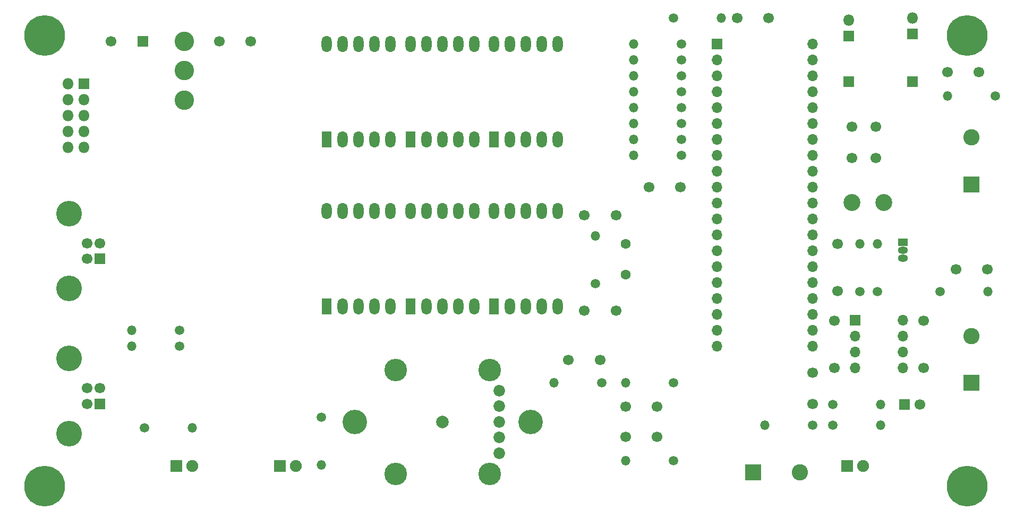
<source format=gbr>
%TF.GenerationSoftware,KiCad,Pcbnew,(5.1.6)-1*%
%TF.CreationDate,2020-10-11T17:06:20+02:00*%
%TF.ProjectId,Solaranlage,536f6c61-7261-46e6-9c61-67652e6b6963,rev?*%
%TF.SameCoordinates,Original*%
%TF.FileFunction,Soldermask,Bot*%
%TF.FilePolarity,Negative*%
%FSLAX46Y46*%
G04 Gerber Fmt 4.6, Leading zero omitted, Abs format (unit mm)*
G04 Created by KiCad (PCBNEW (5.1.6)-1) date 2020-10-11 17:06:20*
%MOMM*%
%LPD*%
G01*
G04 APERTURE LIST*
%ADD10O,1.500000X1.500000*%
%ADD11C,1.500000*%
%ADD12R,1.600000X1.150000*%
%ADD13O,1.600000X1.150000*%
%ADD14C,1.700000*%
%ADD15R,1.700000X1.700000*%
%ADD16O,1.700000X1.700000*%
%ADD17C,1.600000*%
%ADD18C,3.100000*%
%ADD19C,2.700000*%
%ADD20O,1.800000X1.800000*%
%ADD21R,1.800000X1.800000*%
%ADD22C,1.900000*%
%ADD23R,1.900000X1.900000*%
%ADD24C,3.900000*%
%ADD25C,4.100000*%
%ADD26C,2.600000*%
%ADD27R,2.600000X2.600000*%
%ADD28C,3.600000*%
%ADD29C,2.000000*%
%ADD30C,1.850000*%
%ADD31C,0.900000*%
%ADD32C,6.500000*%
%ADD33R,1.624000X2.624000*%
%ADD34O,1.624000X2.624000*%
G04 APERTURE END LIST*
D10*
%TO.C,R24*%
X208788000Y-120650000D03*
D11*
X201168000Y-120650000D03*
%TD*%
D12*
%TO.C,Q1*%
X212344000Y-94742000D03*
D13*
X212344000Y-97282000D03*
X212344000Y-96012000D03*
%TD*%
D14*
%TO.C,C17*%
X201422000Y-107308000D03*
X201422000Y-114808000D03*
%TD*%
%TO.C,C16*%
X215098000Y-120650000D03*
D15*
X212598000Y-120650000D03*
%TD*%
D14*
%TO.C,C1*%
X215646000Y-107308000D03*
X215646000Y-114808000D03*
%TD*%
%TO.C,C15*%
X201930000Y-102496000D03*
X201930000Y-94996000D03*
%TD*%
D16*
%TO.C,U10*%
X212344000Y-107188000D03*
X204724000Y-114808000D03*
X212344000Y-109728000D03*
X204724000Y-112268000D03*
X212344000Y-112268000D03*
X204724000Y-109728000D03*
X212344000Y-114808000D03*
D15*
X204724000Y-107188000D03*
%TD*%
D10*
%TO.C,R23*%
X208280000Y-94976000D03*
D11*
X208280000Y-102596000D03*
%TD*%
D10*
%TO.C,R22*%
X205486000Y-94976000D03*
D11*
X205486000Y-102596000D03*
%TD*%
D17*
%TO.C,Y1*%
X168148000Y-99896000D03*
X168148000Y-94996000D03*
%TD*%
D18*
%TO.C,SW2*%
X97795000Y-72010000D03*
X97795000Y-67310000D03*
X97795000Y-62610000D03*
%TD*%
D14*
%TO.C,C14*%
X171938000Y-85948000D03*
X176938000Y-85948000D03*
%TD*%
D10*
%TO.C,R21*%
X163322000Y-93726000D03*
D11*
X163322000Y-101346000D03*
%TD*%
D14*
%TO.C,C13*%
X166624000Y-105664000D03*
X161624000Y-105664000D03*
%TD*%
%TO.C,C12*%
X161624000Y-90424000D03*
X166624000Y-90424000D03*
%TD*%
D19*
%TO.C,L1*%
X204296000Y-88392000D03*
X209296000Y-88392000D03*
%TD*%
D14*
%TO.C,C11*%
X208026000Y-76280000D03*
X208026000Y-81280000D03*
%TD*%
%TO.C,C2*%
X204216000Y-76280000D03*
X204216000Y-81280000D03*
%TD*%
D20*
%TO.C,J7*%
X213868000Y-58928000D03*
D21*
X213868000Y-61468000D03*
%TD*%
D10*
%TO.C,R20*%
X208788000Y-123952000D03*
D11*
X201168000Y-123952000D03*
%TD*%
D22*
%TO.C,D3*%
X205994000Y-130429000D03*
D23*
X203454000Y-130429000D03*
%TD*%
D20*
%TO.C,J9*%
X203708000Y-59227000D03*
D21*
X203708000Y-61767000D03*
%TD*%
%TO.C,J10*%
X203708000Y-69088000D03*
%TD*%
%TO.C,J8*%
X213868000Y-69088000D03*
%TD*%
D24*
%TO.C,H6*%
X125008000Y-123413000D03*
%TD*%
%TO.C,H5*%
X153008000Y-123413000D03*
%TD*%
D25*
%TO.C,J4*%
X79468000Y-125273000D03*
X79468000Y-113273000D03*
D14*
X82328000Y-120523000D03*
X82328000Y-118023000D03*
X84328000Y-118023000D03*
D15*
X84328000Y-120523000D03*
%TD*%
D25*
%TO.C,J5*%
X79468000Y-102128000D03*
X79468000Y-90128000D03*
D14*
X82328000Y-97378000D03*
X82328000Y-94878000D03*
X84328000Y-94878000D03*
D15*
X84328000Y-97378000D03*
%TD*%
D10*
%TO.C,R17*%
X99060000Y-124333000D03*
D11*
X91440000Y-124333000D03*
%TD*%
D22*
%TO.C,D1*%
X99060000Y-130429000D03*
D23*
X96520000Y-130429000D03*
%TD*%
D10*
%TO.C,R19*%
X190373000Y-123952000D03*
D11*
X197993000Y-123952000D03*
%TD*%
D14*
%TO.C,C10*%
X197993000Y-115523000D03*
X197993000Y-120523000D03*
%TD*%
D10*
%TO.C,R18*%
X119634000Y-130302000D03*
D11*
X119634000Y-122682000D03*
%TD*%
D22*
%TO.C,D2*%
X115570000Y-130429000D03*
D23*
X113030000Y-130429000D03*
%TD*%
D26*
%TO.C,J6*%
X195968000Y-131445000D03*
D27*
X188468000Y-131445000D03*
%TD*%
D14*
%TO.C,C9*%
X159084000Y-113538000D03*
X164084000Y-113538000D03*
%TD*%
D28*
%TO.C,SW1*%
X146508000Y-115113000D03*
X146508000Y-131713000D03*
X131508000Y-115113000D03*
X131508000Y-131713000D03*
D29*
X139008000Y-123413000D03*
D30*
X148008000Y-125913000D03*
X148008000Y-128413000D03*
X148008000Y-123413000D03*
X148008000Y-120913000D03*
X148008000Y-118413000D03*
%TD*%
D10*
%TO.C,R16*%
X156718000Y-117190000D03*
D11*
X164338000Y-117190000D03*
%TD*%
D31*
%TO.C,H4*%
X224285056Y-132010944D03*
X222588000Y-131308000D03*
X220890944Y-132010944D03*
X220188000Y-133708000D03*
X220890944Y-135405056D03*
X222588000Y-136108000D03*
X224285056Y-135405056D03*
X224988000Y-133708000D03*
D32*
X222588000Y-133708000D03*
%TD*%
D31*
%TO.C,H3*%
X77285056Y-60010944D03*
X75588000Y-59308000D03*
X73890944Y-60010944D03*
X73188000Y-61708000D03*
X73890944Y-63405056D03*
X75588000Y-64108000D03*
X77285056Y-63405056D03*
X77988000Y-61708000D03*
D32*
X75588000Y-61708000D03*
%TD*%
D31*
%TO.C,H2*%
X224285056Y-60010944D03*
X222588000Y-59308000D03*
X220890944Y-60010944D03*
X220188000Y-61708000D03*
X220890944Y-63405056D03*
X222588000Y-64108000D03*
X224285056Y-63405056D03*
X224988000Y-61708000D03*
D32*
X222588000Y-61708000D03*
%TD*%
D31*
%TO.C,H1*%
X77285056Y-132010944D03*
X75588000Y-131308000D03*
X73890944Y-132010944D03*
X73188000Y-133708000D03*
X73890944Y-135405056D03*
X75588000Y-136108000D03*
X77285056Y-135405056D03*
X77988000Y-133708000D03*
D32*
X75588000Y-133708000D03*
%TD*%
D16*
%TO.C,U7*%
X197993000Y-63088000D03*
X182753000Y-111348000D03*
X197993000Y-65628000D03*
X182753000Y-108808000D03*
X197993000Y-68168000D03*
X182753000Y-106268000D03*
X197993000Y-70708000D03*
X182753000Y-103728000D03*
X197993000Y-73248000D03*
X182753000Y-101188000D03*
X197993000Y-75788000D03*
X182753000Y-98648000D03*
X197993000Y-78328000D03*
X182753000Y-96108000D03*
X197993000Y-80868000D03*
X182753000Y-93568000D03*
X197993000Y-83408000D03*
X182753000Y-91028000D03*
X197993000Y-85948000D03*
X182753000Y-88488000D03*
X197993000Y-88488000D03*
X182753000Y-85948000D03*
X197993000Y-91028000D03*
X182753000Y-83408000D03*
X197993000Y-93568000D03*
X182753000Y-80868000D03*
X197993000Y-96108000D03*
X182753000Y-78328000D03*
X197993000Y-98648000D03*
X182753000Y-75788000D03*
X197993000Y-101188000D03*
X182753000Y-73248000D03*
X197993000Y-103728000D03*
X182753000Y-70708000D03*
X197993000Y-106268000D03*
X182753000Y-68168000D03*
X197993000Y-108808000D03*
X182753000Y-65628000D03*
X197993000Y-111348000D03*
D15*
X182753000Y-63088000D03*
%TD*%
D33*
%TO.C,U6*%
X147193000Y-104998000D03*
D34*
X149733000Y-104998000D03*
X152273000Y-104998000D03*
X154813000Y-104998000D03*
X157353000Y-104998000D03*
X157353000Y-89758000D03*
X154813000Y-89758000D03*
X152273000Y-89758000D03*
X149733000Y-89758000D03*
X147193000Y-89758000D03*
%TD*%
D33*
%TO.C,U5*%
X147193000Y-78328000D03*
D34*
X149733000Y-78328000D03*
X152273000Y-78328000D03*
X154813000Y-78328000D03*
X157353000Y-78328000D03*
X157353000Y-63088000D03*
X154813000Y-63088000D03*
X152273000Y-63088000D03*
X149733000Y-63088000D03*
X147193000Y-63088000D03*
%TD*%
D33*
%TO.C,U4*%
X133928000Y-104998000D03*
D34*
X136468000Y-104998000D03*
X139008000Y-104998000D03*
X141548000Y-104998000D03*
X144088000Y-104998000D03*
X144088000Y-89758000D03*
X141548000Y-89758000D03*
X139008000Y-89758000D03*
X136468000Y-89758000D03*
X133928000Y-89758000D03*
%TD*%
D33*
%TO.C,U3*%
X133928000Y-78328000D03*
D34*
X136468000Y-78328000D03*
X139008000Y-78328000D03*
X141548000Y-78328000D03*
X144088000Y-78328000D03*
X144088000Y-63088000D03*
X141548000Y-63088000D03*
X139008000Y-63088000D03*
X136468000Y-63088000D03*
X133928000Y-63088000D03*
%TD*%
D33*
%TO.C,U2*%
X120523000Y-104998000D03*
D34*
X123063000Y-104998000D03*
X125603000Y-104998000D03*
X128143000Y-104998000D03*
X130683000Y-104998000D03*
X130683000Y-89758000D03*
X128143000Y-89758000D03*
X125603000Y-89758000D03*
X123063000Y-89758000D03*
X120523000Y-89758000D03*
%TD*%
D33*
%TO.C,U1*%
X120523000Y-78328000D03*
D34*
X123063000Y-78328000D03*
X125603000Y-78328000D03*
X128143000Y-78328000D03*
X130683000Y-78328000D03*
X130683000Y-63088000D03*
X128143000Y-63088000D03*
X125603000Y-63088000D03*
X123063000Y-63088000D03*
X120523000Y-63088000D03*
%TD*%
D10*
%TO.C,R15*%
X168148000Y-117190000D03*
D11*
X175768000Y-117190000D03*
%TD*%
D10*
%TO.C,R14*%
X168148000Y-129636000D03*
D11*
X175768000Y-129636000D03*
%TD*%
D10*
%TO.C,R13*%
X89408000Y-111348000D03*
D11*
X97028000Y-111348000D03*
%TD*%
D10*
%TO.C,R12*%
X89408000Y-108808000D03*
D11*
X97028000Y-108808000D03*
%TD*%
D10*
%TO.C,R11*%
X183388000Y-58928000D03*
D11*
X175768000Y-58928000D03*
%TD*%
D10*
%TO.C,R10*%
X169418000Y-80868000D03*
D11*
X177038000Y-80868000D03*
%TD*%
D10*
%TO.C,R9*%
X169418000Y-75788000D03*
D11*
X177038000Y-75788000D03*
%TD*%
D10*
%TO.C,R8*%
X169418000Y-70708000D03*
D11*
X177038000Y-70708000D03*
%TD*%
D10*
%TO.C,R7*%
X169418000Y-65628000D03*
D11*
X177038000Y-65628000D03*
%TD*%
D10*
%TO.C,R6*%
X169418000Y-78328000D03*
D11*
X177038000Y-78328000D03*
%TD*%
D10*
%TO.C,R5*%
X169418000Y-73248000D03*
D11*
X177038000Y-73248000D03*
%TD*%
D10*
%TO.C,R4*%
X169418000Y-68168000D03*
D11*
X177038000Y-68168000D03*
%TD*%
D10*
%TO.C,R3*%
X169418000Y-63088000D03*
D11*
X177038000Y-63088000D03*
%TD*%
D10*
%TO.C,R2*%
X225933000Y-102585000D03*
D11*
X218313000Y-102585000D03*
%TD*%
D10*
%TO.C,R1*%
X219456000Y-71374000D03*
D11*
X227076000Y-71374000D03*
%TD*%
D20*
%TO.C,J3*%
X79248000Y-79598000D03*
X81788000Y-79598000D03*
X79248000Y-77058000D03*
X81788000Y-77058000D03*
X79248000Y-74518000D03*
X81788000Y-74518000D03*
X79248000Y-71978000D03*
X81788000Y-71978000D03*
X79248000Y-69438000D03*
D21*
X81788000Y-69438000D03*
%TD*%
D26*
%TO.C,J2*%
X223266000Y-109690000D03*
D27*
X223266000Y-117190000D03*
%TD*%
D26*
%TO.C,J1*%
X223266000Y-77971000D03*
D27*
X223266000Y-85471000D03*
%TD*%
D14*
%TO.C,C8*%
X173148000Y-121000000D03*
X168148000Y-121000000D03*
%TD*%
%TO.C,C7*%
X108378000Y-62610000D03*
X103378000Y-62610000D03*
%TD*%
%TO.C,C6*%
X173148000Y-125826000D03*
X168148000Y-125826000D03*
%TD*%
%TO.C,C5*%
X190928000Y-58928000D03*
X185928000Y-58928000D03*
%TD*%
%TO.C,C4*%
X220833000Y-99060000D03*
X225833000Y-99060000D03*
%TD*%
%TO.C,C3*%
X224456000Y-67564000D03*
X219456000Y-67564000D03*
%TD*%
%TO.C,10u1*%
X86186000Y-62610000D03*
D15*
X91186000Y-62610000D03*
%TD*%
M02*

</source>
